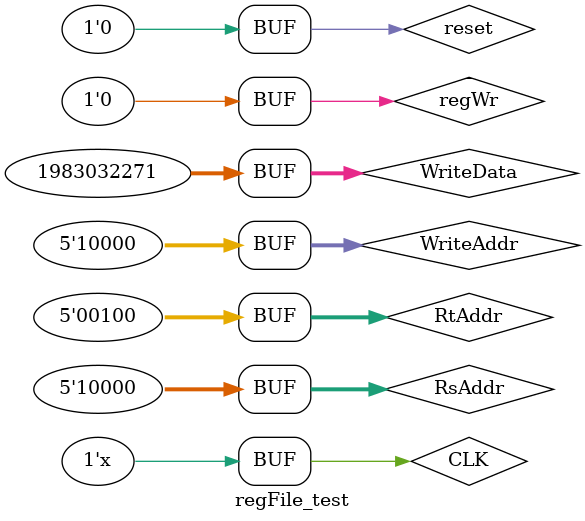
<source format=v>
`timescale 10 ns / 1 ns

module regFile_test;
   reg CLK, reset, regWr;
	reg [4:0] RsAddr, RtAddr, WriteAddr;
	reg [31:0] WriteData;
	
	wire [31:0] RsData, RtData;
	
	regFile rw(CLK, reset, regWr, RsAddr, RtAddr, WriteAddr, WriteData, RsData, RtData);
	
	always #10
	CLK = ~CLK;
	
	initial
	begin
	   CLK = 0;
		reset = 1;
		regWr = 0;
		RsAddr = 5'b00000;
		RtAddr = 5'b00001;
		#100 RsAddr = 5'b10000;
		RtAddr = 5'b00100;
		#100 regWr = 1;
		WriteAddr = 5'b00000;
		WriteData = 32'h1234fac9;
		#100 WriteAddr = 5'b00001;
		WriteData = 32'h00ab3591;
		#100 WriteAddr = 5'b00100;
		WriteData = 32'h98765432;
		#100 WriteAddr = 5'b10000;
		WriteData = 32'h7632abcf;
		#100 regWr = 0;
		RsAddr = 5'b00000;
		RtAddr = 5'b00001;
		#100 RsAddr = 5'b10000;
		RtAddr = 5'b00100;
		#100 reset = 0;
		#100;
	end
endmodule

</source>
